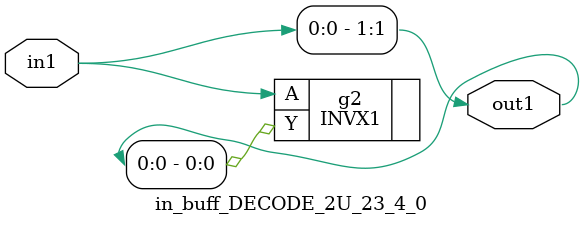
<source format=v>
`timescale 1ps / 1ps


module in_buff_DECODE_2U_23_4_0(in1, out1);
  input in1;
  output [1:0] out1;
  wire in1;
  wire [1:0] out1;
  assign out1[1] = in1;
  INVX1 g2(.A (in1), .Y (out1[0]));
endmodule



</source>
